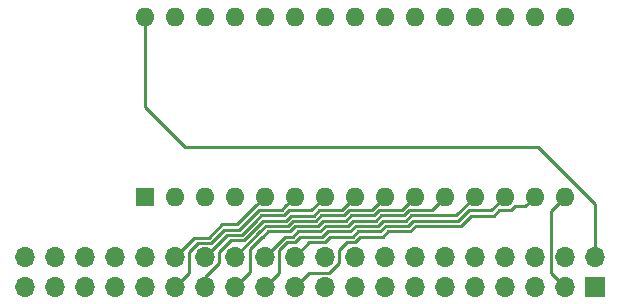
<source format=gbr>
G04 #@! TF.GenerationSoftware,KiCad,Pcbnew,(5.1.0-0)*
G04 #@! TF.CreationDate,2019-11-12T18:04:14-08:00*
G04 #@! TF.ProjectId,ArduinoSerialCard,41726475-696e-46f5-9365-7269616c4361,rev?*
G04 #@! TF.SameCoordinates,Original*
G04 #@! TF.FileFunction,Copper,L1,Top*
G04 #@! TF.FilePolarity,Positive*
%FSLAX46Y46*%
G04 Gerber Fmt 4.6, Leading zero omitted, Abs format (unit mm)*
G04 Created by KiCad (PCBNEW (5.1.0-0)) date 2019-11-12 18:04:14*
%MOMM*%
%LPD*%
G04 APERTURE LIST*
%ADD10O,1.700000X1.700000*%
%ADD11R,1.700000X1.700000*%
%ADD12O,1.600000X1.600000*%
%ADD13R,1.600000X1.600000*%
%ADD14C,0.250000*%
G04 APERTURE END LIST*
D10*
X137160000Y-78740000D03*
X137160000Y-81280000D03*
X139700000Y-78740000D03*
X139700000Y-81280000D03*
X142240000Y-78740000D03*
X142240000Y-81280000D03*
X144780000Y-78740000D03*
X144780000Y-81280000D03*
X147320000Y-78740000D03*
X147320000Y-81280000D03*
X149860000Y-78740000D03*
X149860000Y-81280000D03*
X152400000Y-78740000D03*
X152400000Y-81280000D03*
X154940000Y-78740000D03*
X154940000Y-81280000D03*
X157480000Y-78740000D03*
X157480000Y-81280000D03*
X160020000Y-78740000D03*
X160020000Y-81280000D03*
X162560000Y-78740000D03*
X162560000Y-81280000D03*
X165100000Y-78740000D03*
X165100000Y-81280000D03*
X167640000Y-78740000D03*
X167640000Y-81280000D03*
X170180000Y-78740000D03*
X170180000Y-81280000D03*
X172720000Y-78740000D03*
X172720000Y-81280000D03*
X175260000Y-78740000D03*
X175260000Y-81280000D03*
X177800000Y-78740000D03*
X177800000Y-81280000D03*
X180340000Y-78740000D03*
X180340000Y-81280000D03*
X182880000Y-78740000D03*
X182880000Y-81280000D03*
X185420000Y-78740000D03*
D11*
X185420000Y-81280000D03*
D12*
X182880000Y-58420000D03*
X182880000Y-73660000D03*
X147320000Y-58420000D03*
X180340000Y-73660000D03*
X149860000Y-58420000D03*
X177800000Y-73660000D03*
X152400000Y-58420000D03*
X175260000Y-73660000D03*
X154940000Y-58420000D03*
X172720000Y-73660000D03*
X157480000Y-58420000D03*
X170180000Y-73660000D03*
X160020000Y-58420000D03*
X167640000Y-73660000D03*
X162560000Y-58420000D03*
X165100000Y-73660000D03*
X165100000Y-58420000D03*
X162560000Y-73660000D03*
X167640000Y-58420000D03*
X160020000Y-73660000D03*
X170180000Y-58420000D03*
X157480000Y-73660000D03*
X172720000Y-58420000D03*
X154940000Y-73660000D03*
X175260000Y-58420000D03*
X152400000Y-73660000D03*
X177800000Y-58420000D03*
X149860000Y-73660000D03*
X180340000Y-58420000D03*
D13*
X147320000Y-73660000D03*
D14*
X185420000Y-78740000D02*
X185420000Y-74295000D01*
X147320000Y-66040000D02*
X147320000Y-58420000D01*
X150749000Y-69469000D02*
X147320000Y-66040000D01*
X180594000Y-69469000D02*
X150749000Y-69469000D01*
X185420000Y-74295000D02*
X180594000Y-69469000D01*
X182030001Y-80430001D02*
X182880000Y-81280000D01*
X181704999Y-80104999D02*
X182030001Y-80430001D01*
X181704999Y-74835001D02*
X181704999Y-80104999D01*
X182880000Y-73660000D02*
X181704999Y-74835001D01*
X161417000Y-74803000D02*
X162560000Y-73660000D01*
X159081399Y-75235011D02*
X159513410Y-74803000D01*
X157177809Y-75235011D02*
X159081399Y-75235011D01*
X156722159Y-75685021D02*
X156727799Y-75685021D01*
X155514190Y-76892990D02*
X156722159Y-75685021D01*
X154411598Y-76892990D02*
X155514190Y-76892990D01*
X154247009Y-76892991D02*
X154411598Y-76892990D01*
X159513410Y-74803000D02*
X161417000Y-74803000D01*
X156727799Y-75685021D02*
X157177809Y-75235011D01*
X152400000Y-78740000D02*
X154247009Y-76892991D01*
X163974999Y-74785001D02*
X165100000Y-73660000D01*
X162071409Y-74785001D02*
X163974999Y-74785001D01*
X161603400Y-75253010D02*
X162071409Y-74785001D01*
X159699810Y-75253010D02*
X161603400Y-75253010D01*
X159267799Y-75685021D02*
X159699810Y-75253010D01*
X155700590Y-77343000D02*
X156908561Y-76135029D01*
X154597998Y-77343000D02*
X155700590Y-77343000D01*
X153575001Y-78365997D02*
X154597998Y-77343000D01*
X156914201Y-76135029D02*
X157364209Y-75685021D01*
X156908561Y-76135029D02*
X156914201Y-76135029D01*
X157364209Y-75685021D02*
X159267799Y-75685021D01*
X153575001Y-79304001D02*
X153575001Y-78365997D01*
X152400000Y-80479002D02*
X153575001Y-79304001D01*
X152400000Y-81280000D02*
X152400000Y-80479002D01*
X159886210Y-75703020D02*
X159454201Y-76135029D01*
X157100602Y-76585038D02*
X157094962Y-76585038D01*
X162257809Y-75235011D02*
X161789800Y-75703020D01*
X164611409Y-74785001D02*
X164161399Y-75235011D01*
X164161399Y-75235011D02*
X162257809Y-75235011D01*
X157094962Y-76585038D02*
X154940000Y-78740000D01*
X166514999Y-74785001D02*
X164611409Y-74785001D01*
X157550611Y-76135029D02*
X157100602Y-76585038D01*
X159454201Y-76135029D02*
X157550611Y-76135029D01*
X161789800Y-75703020D02*
X159886210Y-75703020D01*
X167640000Y-73660000D02*
X166514999Y-74785001D01*
X156210000Y-80010000D02*
X154940000Y-81280000D01*
X156210000Y-78106410D02*
X156210000Y-80010000D01*
X157281362Y-77035048D02*
X156210000Y-78106410D01*
X157287003Y-77035047D02*
X157281362Y-77035048D01*
X162444207Y-75685021D02*
X161976200Y-76153030D01*
X159640601Y-76585039D02*
X157737011Y-76585039D01*
X157737011Y-76585039D02*
X157287003Y-77035047D01*
X160072610Y-76153030D02*
X159640601Y-76585039D01*
X164347800Y-75685020D02*
X162444207Y-75685021D01*
X164797809Y-75235011D02*
X164347800Y-75685020D01*
X170180000Y-73660000D02*
X169054999Y-74785001D01*
X169054999Y-74785001D02*
X167151409Y-74785001D01*
X167151409Y-74785001D02*
X166701400Y-75235010D01*
X161976200Y-76153030D02*
X160072610Y-76153030D01*
X166701400Y-75235010D02*
X164797809Y-75235011D01*
X159184951Y-77035049D02*
X157480000Y-78740000D01*
X162162600Y-76603040D02*
X160259010Y-76603040D01*
X160259010Y-76603040D02*
X159827001Y-77035049D01*
X166887799Y-75685019D02*
X164984211Y-75685019D01*
X164984211Y-75685019D02*
X164534199Y-76135029D01*
X162630609Y-76135029D02*
X162162600Y-76603040D01*
X169691409Y-74785001D02*
X169241399Y-75235011D01*
X164534199Y-76135029D02*
X162630609Y-76135029D01*
X159827001Y-77035049D02*
X159184951Y-77035049D01*
X169241399Y-75235011D02*
X167337809Y-75235011D01*
X167337809Y-75235011D02*
X166887799Y-75685019D01*
X172720000Y-73660000D02*
X171594999Y-74785001D01*
X171594999Y-74785001D02*
X169691409Y-74785001D01*
X158655001Y-80104999D02*
X158329999Y-80430001D01*
X158655001Y-78201409D02*
X158655001Y-80104999D01*
X159371351Y-77485059D02*
X158655001Y-78201409D01*
X162349000Y-77053050D02*
X160445410Y-77053050D01*
X158329999Y-80430001D02*
X157480000Y-81280000D01*
X164720599Y-76585039D02*
X162817009Y-76585039D01*
X160013401Y-77485059D02*
X159371351Y-77485059D01*
X162817009Y-76585039D02*
X162349000Y-77053050D01*
X173684989Y-75235011D02*
X169877809Y-75235011D01*
X165170610Y-76135029D02*
X164720599Y-76585039D01*
X169427799Y-75685021D02*
X167524208Y-75685021D01*
X167074199Y-76135029D02*
X165170610Y-76135029D01*
X167524208Y-75685021D02*
X167074199Y-76135029D01*
X169877809Y-75235011D02*
X169427799Y-75685021D01*
X160445410Y-77053050D02*
X160013401Y-77485059D01*
X175260000Y-73660000D02*
X173684989Y-75235011D01*
X176657000Y-74803000D02*
X177800000Y-73660000D01*
X170064209Y-75685021D02*
X173871389Y-75685021D01*
X167710607Y-76135031D02*
X169614199Y-76135031D01*
X173871389Y-75685021D02*
X174753410Y-74803000D01*
X164906999Y-77035049D02*
X165357009Y-76585039D01*
X169614199Y-76135031D02*
X170064209Y-75685021D01*
X167260599Y-76585039D02*
X167710607Y-76135031D01*
X160020000Y-78740000D02*
X161256940Y-77503060D01*
X165357009Y-76585039D02*
X167260599Y-76585039D01*
X163003409Y-77035049D02*
X164906999Y-77035049D01*
X162535400Y-77503060D02*
X163003409Y-77035049D01*
X174753410Y-74803000D02*
X176657000Y-74803000D01*
X161256940Y-77503060D02*
X162535400Y-77503060D01*
X160869999Y-80430001D02*
X160020000Y-81280000D01*
X161195001Y-80104999D02*
X160869999Y-80430001D01*
X162934003Y-80104999D02*
X161195001Y-80104999D01*
X163735001Y-79304001D02*
X162934003Y-80104999D01*
X164425941Y-77485059D02*
X163735001Y-78175999D01*
X163735001Y-78175999D02*
X163735001Y-79304001D01*
X167446999Y-77035049D02*
X165543409Y-77035049D01*
X169800599Y-76585041D02*
X167897007Y-76585041D01*
X165543409Y-77035049D02*
X165093399Y-77485059D01*
X170250609Y-76135031D02*
X169800599Y-76585041D01*
X174939810Y-75253010D02*
X174057789Y-76135031D01*
X167897007Y-76585041D02*
X167446999Y-77035049D01*
X178665003Y-74459999D02*
X178340001Y-74785001D01*
X177311409Y-74785001D02*
X176843400Y-75253010D01*
X178340001Y-74785001D02*
X177311409Y-74785001D01*
X174057789Y-76135031D02*
X170250609Y-76135031D01*
X165093399Y-77485059D02*
X164425941Y-77485059D01*
X180340000Y-73660000D02*
X179540001Y-74459999D01*
X179540001Y-74459999D02*
X178665003Y-74459999D01*
X176843400Y-75253010D02*
X174939810Y-75253010D01*
X151485010Y-77114990D02*
X151610601Y-77114989D01*
X149860000Y-78740000D02*
X151485010Y-77114990D01*
X152752191Y-77114989D02*
X153874210Y-75992970D01*
X151610601Y-77114989D02*
X152752191Y-77114989D01*
X156680001Y-74459999D02*
X157480000Y-73660000D01*
X156674361Y-74459999D02*
X156680001Y-74459999D01*
X155141390Y-75992970D02*
X156674361Y-74459999D01*
X153874210Y-75992970D02*
X155141390Y-75992970D01*
X158894999Y-74785001D02*
X159220001Y-74459999D01*
X156586770Y-75184000D02*
X156592410Y-75184000D01*
X156991409Y-74785001D02*
X158894999Y-74785001D01*
X156592410Y-75184000D02*
X156991409Y-74785001D01*
X154060610Y-76442980D02*
X155327790Y-76442980D01*
X151797001Y-77564999D02*
X152938591Y-77564999D01*
X159220001Y-74459999D02*
X160020000Y-73660000D01*
X151035001Y-78326999D02*
X151797001Y-77564999D01*
X155327790Y-76442980D02*
X156586770Y-75184000D01*
X152938591Y-77564999D02*
X154060610Y-76442980D01*
X151035001Y-80104999D02*
X151035001Y-78326999D01*
X149860000Y-81280000D02*
X151035001Y-80104999D01*
M02*

</source>
